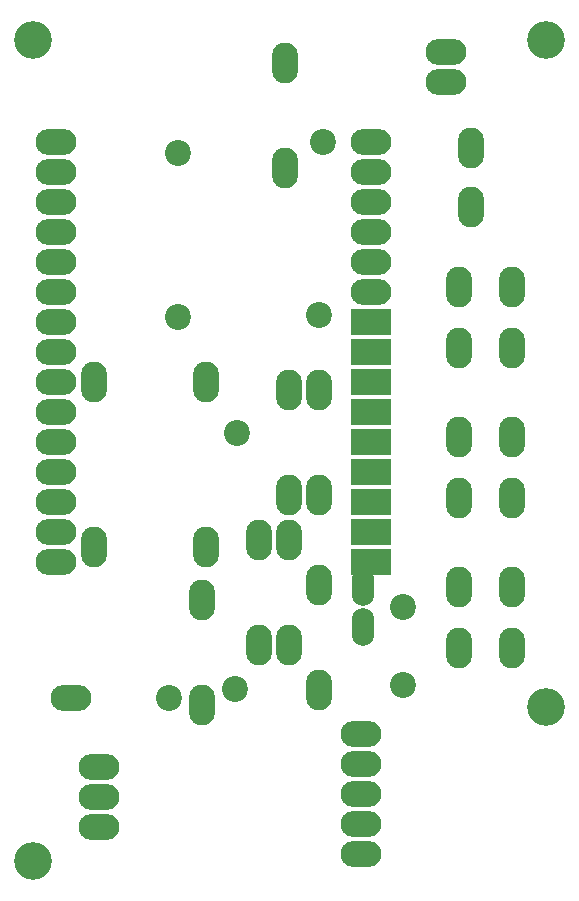
<source format=gbr>
%TF.GenerationSoftware,KiCad,Pcbnew,(5.1.6)-1*%
%TF.CreationDate,2024-10-21T11:16:37-05:00*%
%TF.ProjectId,board3,626f6172-6433-42e6-9b69-6361645f7063,rev?*%
%TF.SameCoordinates,PX3473bc0PY7270e00*%
%TF.FileFunction,Soldermask,Bot*%
%TF.FilePolarity,Negative*%
%FSLAX46Y46*%
G04 Gerber Fmt 4.6, Leading zero omitted, Abs format (unit mm)*
G04 Created by KiCad (PCBNEW (5.1.6)-1) date 2024-10-21 11:16:37*
%MOMM*%
%LPD*%
G01*
G04 APERTURE LIST*
%ADD10C,3.200000*%
%ADD11O,2.200000X3.470000*%
%ADD12O,3.470000X2.200000*%
%ADD13R,3.470000X2.200000*%
%ADD14O,1.900000X3.200000*%
%ADD15C,2.200000*%
G04 APERTURE END LIST*
D10*
%TO.C,REF\u002A\u002A*%
X3000000Y72500000D03*
%TD*%
%TO.C,REF\u002A\u002A*%
X46500000Y72500000D03*
%TD*%
%TO.C,REF\u002A\u002A*%
X46500000Y16000000D03*
%TD*%
%TO.C,REF\u002A\u002A*%
X3000000Y3000000D03*
%TD*%
D11*
%TO.C,C1*%
X40100000Y63335000D03*
X40100000Y58365000D03*
%TD*%
%TO.C,D1*%
X24400000Y70535000D03*
X24400000Y61645000D03*
%TD*%
D12*
%TO.C,J1*%
X37995000Y71430000D03*
X37995000Y68890000D03*
%TD*%
D11*
%TO.C,R1*%
X24660000Y30155000D03*
X24660000Y21265000D03*
%TD*%
%TO.C,R2*%
X27200000Y33965000D03*
X27200000Y42855000D03*
%TD*%
%TO.C,R3*%
X24660000Y42855000D03*
X24660000Y33965000D03*
%TD*%
%TO.C,R4*%
X27200000Y26345000D03*
X27200000Y17455000D03*
%TD*%
%TO.C,SW1*%
X39110000Y26195000D03*
X43610000Y26195000D03*
X39110000Y20965000D03*
X43610000Y20965000D03*
%TD*%
%TO.C,SW2*%
X43610000Y33665000D03*
X39110000Y33665000D03*
X43610000Y38895000D03*
X39110000Y38895000D03*
%TD*%
%TO.C,SW3*%
X39110000Y51595000D03*
X43610000Y51595000D03*
X39110000Y46365000D03*
X43610000Y46365000D03*
%TD*%
D12*
%TO.C,U1*%
X31645000Y63810000D03*
X31645000Y61270000D03*
X31645000Y58730000D03*
X31645000Y56190000D03*
X31645000Y53650000D03*
X31645000Y51110000D03*
D13*
X31645000Y48570000D03*
X31645000Y46030000D03*
X31645000Y43490000D03*
X31645000Y40950000D03*
X31645000Y38410000D03*
X31645000Y35870000D03*
X31645000Y33330000D03*
X31645000Y30790000D03*
X31645000Y28250000D03*
D12*
X4975000Y28250000D03*
X4975000Y30790000D03*
X4975000Y33330000D03*
X4975000Y35870000D03*
X4975000Y38410000D03*
X4975000Y40950000D03*
X4975000Y43490000D03*
X4975000Y46030000D03*
X4975000Y48570000D03*
X4975000Y51110000D03*
X4975000Y53650000D03*
X4975000Y56190000D03*
X4975000Y58730000D03*
X4975000Y61270000D03*
X4975000Y63810000D03*
%TD*%
D14*
%TO.C,C2*%
X31000000Y26150000D03*
X31000000Y22750000D03*
%TD*%
D11*
%TO.C,D2*%
X17300000Y25035000D03*
X17300000Y16145000D03*
%TD*%
%TO.C,M1*%
X8200000Y29535000D03*
X8200000Y43505000D03*
X17700000Y43505000D03*
X17700000Y29535000D03*
%TD*%
%TO.C,R5*%
X22120000Y30155000D03*
X22120000Y21265000D03*
%TD*%
D15*
%TO.C,R6*%
X14500000Y16800000D03*
D12*
X6245000Y16800000D03*
%TD*%
%TO.C,J2*%
X30835000Y3600000D03*
X30835000Y6140000D03*
X30835000Y8680000D03*
X30835000Y11220000D03*
X30835000Y13760000D03*
%TD*%
%TO.C,Q1*%
X8635000Y10900000D03*
X8635000Y8360000D03*
X8635000Y5820000D03*
%TD*%
D15*
X27200000Y49200000D03*
X27610000Y63810000D03*
X34330010Y17869990D03*
X34330010Y24469990D03*
X15299990Y62900010D03*
X15299990Y49000010D03*
X20300000Y39200000D03*
X20100000Y17500000D03*
M02*

</source>
